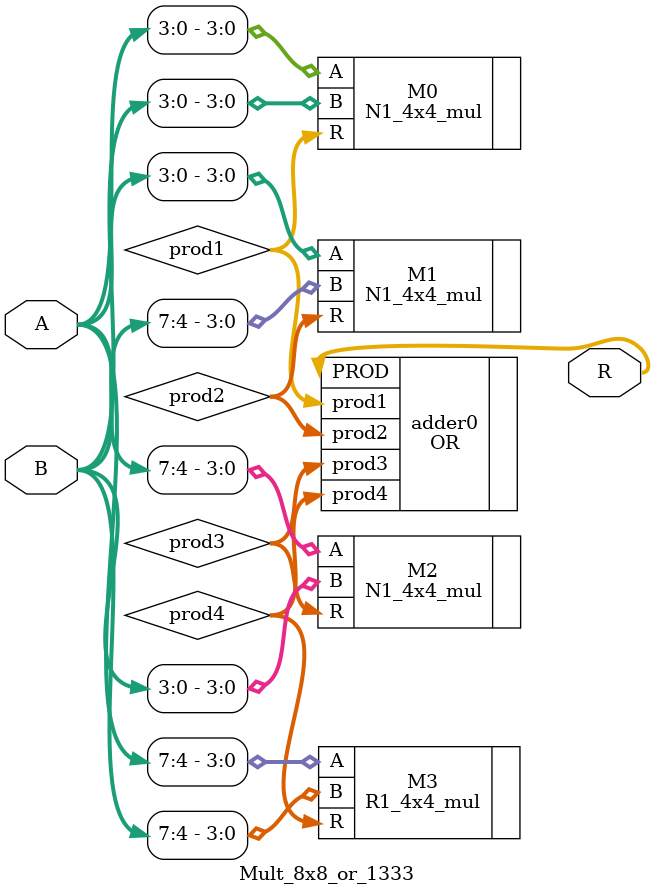
<source format=v>
module Mult_8x8_or_1333(
input [7:0] A,
input [7:0] B,
output [15:0]R
);
wire [7:0]prod1;
wire [7:0]prod2;
wire [7:0]prod3;
wire [7:0]prod4;

N1_4x4_mul M0(.A(A[3:0]),.B(B[3:0]),.R(prod1));
N1_4x4_mul M1(.A(A[3:0]),.B(B[7:4]),.R(prod2));
N1_4x4_mul M2(.A(A[7:4]),.B(B[3:0]),.R(prod3));
R1_4x4_mul M3(.A(A[7:4]),.B(B[7:4]),.R(prod4));
OR adder0(.prod1(prod1),.prod2(prod2),.prod3(prod3),.prod4(prod4),.PROD(R));
endmodule

</source>
